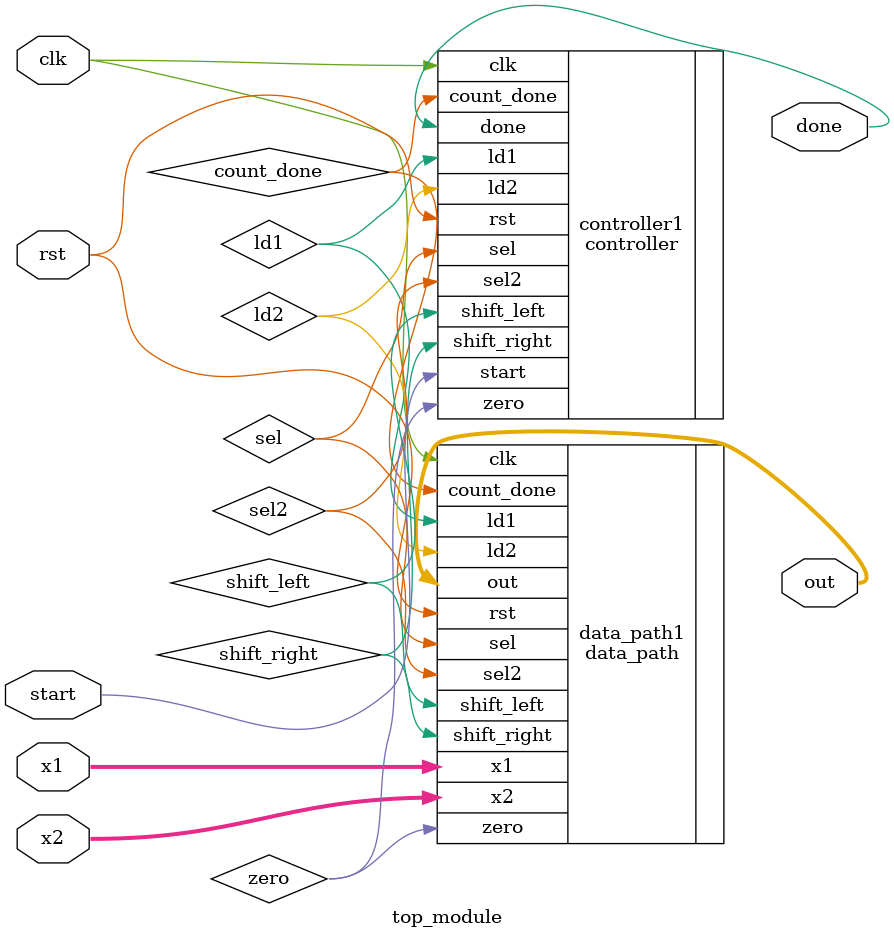
<source format=v>
module top_module (
    input clk,
    input rst,
    input start,
    input [15:0] x1,
    input [15:0] x2,
    output [31:0] out,
    output done
);

    wire ld1 , ld2 , sel , shift_left , shift_right , count_done , zero , sel2;
    controller controller1 (
        .clk(clk),
        .rst(rst),
        .start(start),
        .count_done(count_done),
        .ld1(ld1),
        .ld2(ld2),
        .sel(sel),
        .shift_left(shift_left),
        .shift_right(shift_right),
        .done(done),
        .zero(zero) ,
        .sel2(sel2)
    );

    data_path data_path1 (
        .clk(clk),
        .rst(rst),
        .shift_left(shift_left),
        .shift_right(shift_right),
        .x1(x1),
        .x2(x2),
        .ld1(ld1),
        .ld2(ld2),
        .sel(sel),
        .out(out),
        .count_done(count_done),
        .zero(zero) ,
        .sel2(sel2)
    );
endmodule
</source>
